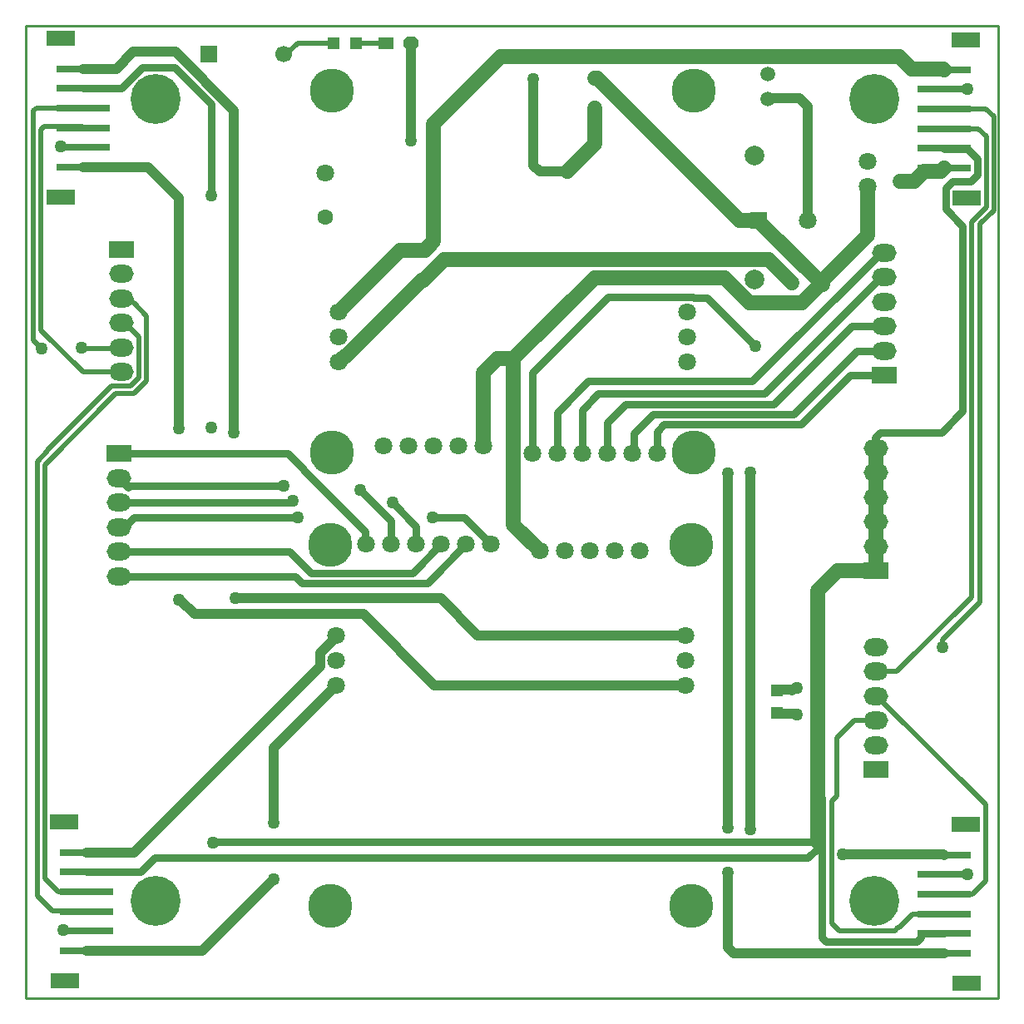
<source format=gtl>
G04*
G04 #@! TF.GenerationSoftware,Altium Limited,Altium Designer,20.0.10 (225)*
G04*
G04 Layer_Physical_Order=1*
G04 Layer_Color=255*
%FSLAX24Y24*%
%MOIN*%
G70*
G01*
G75*
%ADD10C,0.0100*%
%ADD17R,0.0600X0.0500*%
G04:AMPARAMS|DCode=18|XSize=60mil|YSize=50mil|CornerRadius=0mil|HoleSize=0mil|Usage=FLASHONLY|Rotation=0.000|XOffset=0mil|YOffset=0mil|HoleType=Round|Shape=Octagon|*
%AMOCTAGOND18*
4,1,8,0.0300,-0.0125,0.0300,0.0125,0.0175,0.0250,-0.0175,0.0250,-0.0300,0.0125,-0.0300,-0.0125,-0.0175,-0.0250,0.0175,-0.0250,0.0300,-0.0125,0.0*
%
%ADD18OCTAGOND18*%

%ADD19R,0.0500X0.0500*%
%ADD20R,0.0500X0.0500*%
%ADD21R,0.2165X0.0315*%
%ADD22R,0.1181X0.0591*%
%ADD41C,0.0600*%
%ADD42C,0.0300*%
%ADD43C,0.0200*%
%ADD44C,0.0400*%
%ADD45R,0.0984X0.0709*%
%ADD46O,0.0984X0.0709*%
%ADD47C,0.0709*%
%ADD48C,0.0591*%
%ADD49C,0.0787*%
%ADD50R,0.0669X0.0669*%
%ADD51C,0.0669*%
%ADD52R,0.0709X0.0709*%
%ADD53C,0.1772*%
%ADD54C,0.2000*%
%ADD55C,0.0500*%
%ADD56C,0.0630*%
D10*
X58276Y8824D02*
Y47800D01*
X19300Y8824D02*
X58276D01*
X19300D02*
Y47800D01*
X58276D01*
D17*
X33750Y47100D02*
D03*
D18*
X34750D02*
D03*
D19*
X32539D02*
D03*
X31639D02*
D03*
D20*
X49400Y21150D02*
D03*
Y20250D02*
D03*
D21*
X21750Y13887D02*
D03*
Y13100D02*
D03*
Y10738D02*
D03*
Y11525D02*
D03*
Y12313D02*
D03*
Y14675D02*
D03*
X21600Y45287D02*
D03*
Y44500D02*
D03*
Y42138D02*
D03*
Y42925D02*
D03*
Y43713D02*
D03*
Y46075D02*
D03*
X56100Y42888D02*
D03*
Y43675D02*
D03*
Y46037D02*
D03*
Y45250D02*
D03*
Y44463D02*
D03*
Y42100D02*
D03*
Y11425D02*
D03*
Y12213D02*
D03*
Y14575D02*
D03*
Y13787D02*
D03*
Y13000D02*
D03*
Y10638D02*
D03*
D22*
X20850Y15881D02*
D03*
X20869Y9531D02*
D03*
X20700Y47281D02*
D03*
X20719Y40931D02*
D03*
X57000Y40894D02*
D03*
X56981Y47244D02*
D03*
X57000Y9431D02*
D03*
X56981Y15781D02*
D03*
D41*
X51150Y37500D02*
X53050Y39400D01*
X50400Y36700D02*
X51175Y37475D01*
X48720Y39930D02*
Y39946D01*
X48666Y40000D02*
X48720Y39946D01*
Y39930D02*
X51225Y37425D01*
X53050Y39400D02*
Y41366D01*
X48317Y36700D02*
X50400D01*
X38841Y34450D02*
X38841D01*
X42091Y37700D02*
X47317D01*
X38841Y34450D02*
X42091Y37700D01*
X47317D02*
X48317Y36700D01*
X38841Y28500D02*
Y34450D01*
Y27809D02*
Y28500D01*
X49067Y38433D02*
X50000Y37500D01*
X36083Y38433D02*
X49067D01*
X55957Y41958D02*
X56100Y42100D01*
X37650Y32550D02*
Y33899D01*
Y30950D02*
Y32550D01*
X55317Y41958D02*
X55957D01*
X54910Y41550D02*
X55317Y41958D01*
X54350Y41550D02*
X54910D01*
X41000Y41950D02*
X42100Y43050D01*
Y44500D01*
X42200Y45700D02*
X47892Y40008D01*
X42100Y45700D02*
X42200D01*
X47892Y40008D02*
X48658D01*
X38350Y46550D02*
X54300D01*
X35650Y43850D02*
X38350Y46550D01*
X54300D02*
X54800Y46050D01*
X56087D01*
X56100Y46037D01*
X51050Y17000D02*
Y25150D01*
X35250Y37600D02*
X36083Y38433D01*
X31823Y34320D02*
X31853D01*
X32098Y34566D01*
X32136D01*
X35170Y37600D01*
X35250D01*
X37650Y33899D02*
X38201Y34450D01*
X38841D01*
X34303Y38800D02*
X35299D01*
X35650Y39151D01*
Y43850D01*
X31823Y36320D02*
X34303Y38800D01*
X38841Y27809D02*
X39900Y26750D01*
X51050Y15100D02*
Y17000D01*
X51847Y25947D02*
X53383D01*
X51050Y25150D02*
X51847Y25947D01*
X53383D02*
Y26932D01*
Y27916D01*
Y28900D01*
Y29884D01*
Y30868D01*
D42*
X44595Y30667D02*
Y31545D01*
X42595Y31895D02*
X43326Y32626D01*
X44426Y32226D02*
X50076D01*
X44876Y31826D02*
X50376D01*
X44595Y31545D02*
X44876Y31826D01*
X43671Y31471D02*
X44426Y32226D01*
X50076D02*
X52616Y34766D01*
X43326Y32626D02*
X49276D01*
X52400Y35750D01*
X42250Y33050D02*
X48894D01*
X53562Y37719D01*
X41595Y32395D02*
X42250Y33050D01*
X48409Y33550D02*
X53562Y38703D01*
X40595Y32295D02*
X41850Y33550D01*
X48409D01*
X52332Y33781D02*
X53700D01*
X50376Y31826D02*
X52332Y33781D01*
X43595Y30667D02*
X43671Y30743D01*
Y31471D01*
X52616Y34766D02*
X53700D01*
X42595Y30667D02*
Y31895D01*
X52400Y35750D02*
X53700D01*
X39595Y30667D02*
X39600Y30672D01*
Y33900D01*
X46074Y36900D02*
X46600D01*
X46050Y36924D02*
X46074Y36900D01*
X42624Y36924D02*
X46050D01*
X39600Y33900D02*
X42624Y36924D01*
X46600Y36900D02*
X48550Y34950D01*
X41595Y30667D02*
Y32395D01*
X53562Y37719D02*
X53700D01*
X40595Y30667D02*
Y32295D01*
X53562Y38703D02*
X53700D01*
X51200Y15050D02*
Y15100D01*
X56433Y41566D02*
X57159D01*
X56100Y42888D02*
X56107Y42880D01*
X56159Y40465D02*
X56850Y39774D01*
X51200Y11276D02*
Y15050D01*
X56159Y41293D02*
X56433Y41566D01*
X56107Y42880D02*
X57033D01*
X57433Y41839D02*
Y42480D01*
X57033Y42880D02*
X57433Y42480D01*
X56159Y40465D02*
Y41293D01*
X57159Y41566D02*
X57433Y41839D01*
X23468Y29350D02*
X29650D01*
X23419Y29300D02*
X23468Y29350D01*
X23050Y30653D02*
X29797D01*
X30428Y29995D02*
Y30022D01*
X29797Y30653D02*
X30428Y30022D01*
Y29995D02*
X32904Y27519D01*
Y27085D02*
Y27519D01*
Y27085D02*
X32955Y27033D01*
X32700Y29200D02*
X33942Y27958D01*
X32700Y29200D02*
Y29213D01*
X33942Y27047D02*
Y27958D01*
X34000Y28700D02*
X34955Y27745D01*
Y27033D02*
Y27745D01*
X36889Y28100D02*
X37955Y27033D01*
X35600Y28100D02*
X36889D01*
X33942Y27047D02*
X33955Y27033D01*
X29934Y28684D02*
X30000Y28750D01*
X23050Y28684D02*
X29934D01*
X23255Y27700D02*
X23655Y28100D01*
X30200D01*
X55175Y11425D02*
X56100D01*
X55167Y11418D02*
X55175Y11425D01*
X55167Y11276D02*
Y11418D01*
X54992Y11100D02*
X55167Y11276D01*
X51376Y11100D02*
X54992D01*
X51200Y11276D02*
X51376Y11100D01*
X51200Y15100D02*
X51200Y15100D01*
Y16850D01*
X24457Y14450D02*
X50650D01*
X51044Y14844D01*
Y15044D01*
X51050Y15050D01*
X23895Y13887D02*
X24457Y14450D01*
X26838Y15088D02*
X26980D01*
X26991Y15100D01*
X26800Y15050D02*
X26838Y15088D01*
X26991Y15100D02*
X51050D01*
X26750Y41000D02*
Y44664D01*
X23982Y46125D02*
X25289D01*
X26750Y44664D01*
X30376Y25474D02*
X35396D01*
X30119Y25731D02*
X30376Y25474D01*
X30726Y25874D02*
X34796D01*
X35955Y27033D01*
X29884Y26716D02*
X30726Y25874D01*
X35396Y25474D02*
X36955Y27033D01*
X23050Y25731D02*
X30119D01*
X23050Y26716D02*
X29884D01*
X21750Y13887D02*
X23895D01*
X56000Y31500D02*
X56850Y32350D01*
Y39774D01*
X51050Y17000D02*
X51200Y16850D01*
X23145Y45287D02*
X23982Y46125D01*
X21600Y45287D02*
X23145D01*
X53350Y30902D02*
X53383Y30868D01*
X53350Y30902D02*
Y31300D01*
X53550Y31500D01*
X56000D01*
X23050Y29669D02*
X23419Y29300D01*
X35955Y27033D02*
X35955D01*
X23050Y27700D02*
X23255D01*
D43*
X30202Y47100D02*
X31639D01*
X29752Y46650D02*
X30202Y47100D01*
X29650Y46650D02*
X29752D01*
X21600Y34850D02*
X23100D01*
X21550Y34900D02*
X21600Y34850D01*
X56087Y12200D02*
X56100Y12213D01*
X54850Y12200D02*
X56087D01*
X54250Y11650D02*
X54300D01*
X54850Y12200D01*
X51600Y11817D02*
Y16732D01*
Y11817D02*
X51892Y11525D01*
X54125D01*
X54250Y11650D01*
X51800Y16932D02*
Y19250D01*
X51600Y16732D02*
X51800Y16932D01*
X52500Y19950D02*
X53383D01*
X51800Y19250D02*
X52500Y19950D01*
X50175Y20225D02*
X50200Y20200D01*
X56100Y13000D02*
X57250D01*
X57772Y13522D01*
X57767Y16164D02*
X57772Y16159D01*
X57767Y16164D02*
Y16583D01*
X53416Y20934D02*
X57767Y16583D01*
X57772Y13522D02*
Y16159D01*
X53383Y20934D02*
X53416D01*
X49400Y20250D02*
X49425Y20225D01*
X50019Y21150D02*
X50119Y21250D01*
X50200D01*
X32539Y47100D02*
X33689D01*
X19759Y12941D02*
Y30334D01*
X20186Y30760D01*
X19759Y12941D02*
X20367Y12333D01*
X20059Y13641D02*
X20600Y13100D01*
X20059Y13641D02*
Y30209D01*
X22911Y33061D01*
X21730Y12333D02*
X21750Y12313D01*
X20367Y12333D02*
X21730D01*
X20186Y30760D02*
Y30810D01*
X22737Y33361D01*
X20600Y13100D02*
X21750D01*
X22911Y33061D02*
X23642D01*
X22737Y33361D02*
X23517D01*
X23642Y33061D02*
X24142Y33562D01*
Y34270D01*
X23842Y33686D02*
Y34145D01*
X23517Y33361D02*
X23842Y33686D01*
X23839Y34149D02*
Y34667D01*
Y34149D02*
X23842Y34145D01*
X23288Y35884D02*
X23842Y35330D01*
X24139Y34439D02*
X24142Y34442D01*
Y36176D01*
X23842Y34670D02*
Y35330D01*
X24139Y34273D02*
Y34439D01*
X23839Y34667D02*
X23842Y34670D01*
X23150Y35884D02*
X23288D01*
X24139Y34273D02*
X24142Y34270D01*
X23631Y36687D02*
X24142Y36176D01*
X23425Y36869D02*
X23607Y36687D01*
X23150Y36869D02*
X23425D01*
X23607Y36687D02*
X23631D01*
X23100Y34850D02*
X23150Y34900D01*
X19612Y35188D02*
X19950Y34850D01*
X21600Y33916D02*
X23150D01*
X19912Y35603D02*
X21600Y33916D01*
X19612Y35188D02*
Y44383D01*
X19729Y44500D02*
X21600D01*
X19612Y44383D02*
X19729Y44500D01*
X20029Y43750D02*
X21563D01*
X19912Y43633D02*
X20029Y43750D01*
X19912Y35603D02*
Y43633D01*
X21563Y43750D02*
X21600Y43713D01*
X56050Y22900D02*
Y23200D01*
X57550Y24700D01*
X54219Y21918D02*
X57200Y24900D01*
X53383Y21918D02*
X54219D01*
X57550Y39851D02*
X58091Y40392D01*
X57550Y24700D02*
X57550Y39851D01*
X58091Y40392D02*
Y44155D01*
X57200Y24900D02*
X57200Y39925D01*
X57791Y40516D01*
Y43367D01*
X57483Y43675D02*
X57791Y43367D01*
X57783Y44463D02*
X58091Y44155D01*
X56100Y43675D02*
X57483D01*
X56100Y44463D02*
X57783D01*
D44*
X39900Y41950D02*
X41000D01*
X39650Y42200D02*
Y45650D01*
Y42200D02*
X39900Y41950D01*
X34750Y43200D02*
Y47100D01*
X47684Y10638D02*
X56100D01*
X47450Y10872D02*
X47684Y10638D01*
X49425Y20225D02*
X50175D01*
X52050Y14600D02*
X52063Y14587D01*
X56087D01*
X56100Y14575D01*
X50300Y44900D02*
X50634Y44566D01*
X49012Y44900D02*
X50300D01*
X50634Y40000D02*
Y44566D01*
X49984Y21185D02*
X50019Y21150D01*
X49435Y21185D02*
X49984D01*
X49400Y21150D02*
X49435Y21185D01*
X47450Y10872D02*
Y13850D01*
X48350Y15600D02*
Y29900D01*
X47450Y15650D02*
Y29875D01*
X21600Y46075D02*
X22925D01*
X23600Y46750D02*
X25300D01*
X22925Y46075D02*
X23600Y46750D01*
X27650Y31500D02*
Y44400D01*
X25300Y46750D02*
X27650Y44400D01*
X27700Y24850D02*
X35937D01*
X37407Y23380D02*
X45727D01*
X25477Y24800D02*
X26062Y24215D01*
X32835D01*
X35937Y24850D02*
X37407Y23380D01*
X25450Y24800D02*
X25477D01*
X32835Y24215D02*
X35670Y21380D01*
X45727D01*
X21600Y42138D02*
X24212D01*
X25450Y40900D01*
Y31650D02*
Y40900D01*
X21750Y14675D02*
X23625D01*
X31096Y22146D01*
Y22651D01*
X31750Y23305D02*
Y23380D01*
X31096Y22651D02*
X31750Y23305D01*
X21750Y10738D02*
X26388D01*
X29250Y13600D01*
Y15850D02*
Y18880D01*
X31750Y21380D01*
D45*
X23150Y38837D02*
D03*
X23050Y30653D02*
D03*
X53700Y33781D02*
D03*
X53383Y17981D02*
D03*
Y25947D02*
D03*
D46*
X23150Y37853D02*
D03*
Y36869D02*
D03*
Y35884D02*
D03*
Y33916D02*
D03*
Y34900D02*
D03*
X23050Y29669D02*
D03*
Y28684D02*
D03*
Y27700D02*
D03*
Y25731D02*
D03*
Y26716D02*
D03*
X53700Y37719D02*
D03*
Y38703D02*
D03*
Y36734D02*
D03*
Y35750D02*
D03*
Y34766D02*
D03*
X53383Y21918D02*
D03*
Y22903D02*
D03*
Y20934D02*
D03*
Y19950D02*
D03*
Y18966D02*
D03*
Y29884D02*
D03*
Y30868D02*
D03*
Y28900D02*
D03*
Y27916D02*
D03*
Y26932D02*
D03*
D47*
X53050Y42350D02*
D03*
Y41366D02*
D03*
X50634Y40000D02*
D03*
X45800Y34320D02*
D03*
X31823D02*
D03*
X45800Y35320D02*
D03*
X31823Y36320D02*
D03*
Y35320D02*
D03*
X45800Y36320D02*
D03*
X36650Y30950D02*
D03*
X33650D02*
D03*
X37650D02*
D03*
X34650D02*
D03*
X35650D02*
D03*
X44595Y30667D02*
D03*
X39595D02*
D03*
X40595D02*
D03*
X41595D02*
D03*
X42595D02*
D03*
X43595D02*
D03*
X31750Y23380D02*
D03*
X45727D02*
D03*
X31750Y22380D02*
D03*
X45727Y21380D02*
D03*
Y22380D02*
D03*
X31750Y21380D02*
D03*
X40900Y26750D02*
D03*
X43900D02*
D03*
X39900D02*
D03*
X42900D02*
D03*
X41900D02*
D03*
X32955Y27033D02*
D03*
X37955D02*
D03*
X36955D02*
D03*
X35955D02*
D03*
X34955D02*
D03*
X33955D02*
D03*
X31300Y41900D02*
D03*
D48*
X49050Y44866D02*
D03*
Y45850D02*
D03*
D49*
X48500Y37639D02*
D03*
Y42600D02*
D03*
D50*
X26650Y46650D02*
D03*
D51*
X29650D02*
D03*
D52*
X48666Y40000D02*
D03*
D53*
X31563Y45186D02*
D03*
X46059D02*
D03*
Y30690D02*
D03*
X31563D02*
D03*
X45987Y12514D02*
D03*
X31491D02*
D03*
Y27010D02*
D03*
X45987D02*
D03*
D54*
X53300Y12725D02*
D03*
X24500D02*
D03*
X53300Y44875D02*
D03*
X24500D02*
D03*
D55*
X48550Y34950D02*
D03*
X50000Y37500D02*
D03*
X54350Y41550D02*
D03*
X29650Y29350D02*
D03*
X39650Y45650D02*
D03*
X42100Y44500D02*
D03*
X34750Y43200D02*
D03*
X42100Y45700D02*
D03*
X21550Y34900D02*
D03*
X32700Y29213D02*
D03*
X35600Y28100D02*
D03*
X34000Y28700D02*
D03*
X30000Y28750D02*
D03*
X30200Y28100D02*
D03*
X50200Y20200D02*
D03*
X52050Y14600D02*
D03*
X57050Y45250D02*
D03*
Y13800D02*
D03*
X20800Y11550D02*
D03*
X20700Y42950D02*
D03*
X50200Y21250D02*
D03*
X38850Y28500D02*
D03*
X37600Y32550D02*
D03*
X41000Y41950D02*
D03*
X47450Y13850D02*
D03*
X48350Y15600D02*
D03*
X47450Y15650D02*
D03*
X48350Y29900D02*
D03*
X47450Y29875D02*
D03*
X27650Y31500D02*
D03*
X27700Y24850D02*
D03*
X26750Y31700D02*
D03*
X25450Y31650D02*
D03*
Y24800D02*
D03*
X29250Y13600D02*
D03*
Y15850D02*
D03*
X19950Y34850D02*
D03*
X56050Y22900D02*
D03*
X26800Y15050D02*
D03*
X26750Y41000D02*
D03*
D56*
X31300Y40128D02*
D03*
M02*

</source>
